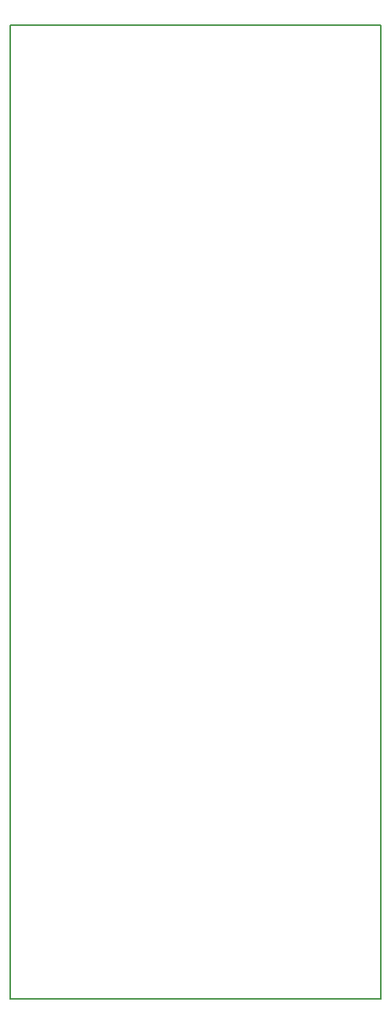
<source format=gm1>
G04 #@! TF.GenerationSoftware,KiCad,Pcbnew,9.0.4*
G04 #@! TF.CreationDate,2025-09-18T15:34:25+02:00*
G04 #@! TF.ProjectId,SMaRT,534d6152-542e-46b6-9963-61645f706362,0*
G04 #@! TF.SameCoordinates,Original*
G04 #@! TF.FileFunction,Profile,NP*
%FSLAX46Y46*%
G04 Gerber Fmt 4.6, Leading zero omitted, Abs format (unit mm)*
G04 Created by KiCad (PCBNEW 9.0.4) date 2025-09-18 15:34:25*
%MOMM*%
%LPD*%
G01*
G04 APERTURE LIST*
G04 #@! TA.AperFunction,Profile*
%ADD10C,0.200000*%
G04 #@! TD*
G04 APERTURE END LIST*
D10*
X67875000Y-36400000D02*
X107875000Y-36400000D01*
X107875000Y-141400000D01*
X67875000Y-141400000D01*
X67875000Y-36400000D01*
M02*

</source>
